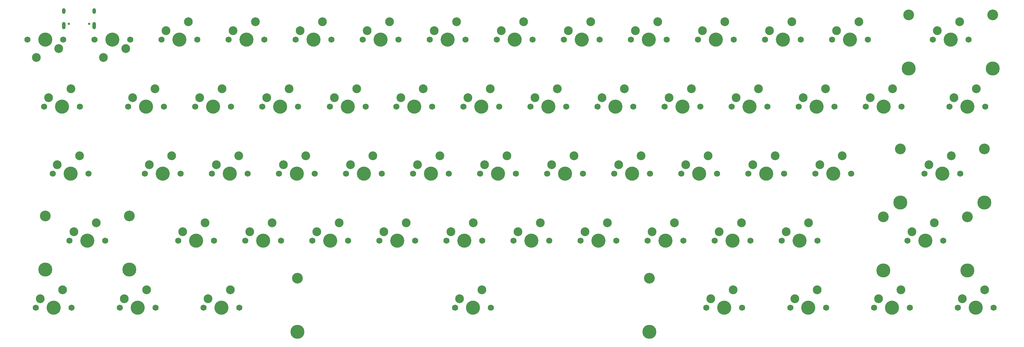
<source format=gts>
G04 #@! TF.GenerationSoftware,KiCad,Pcbnew,8.0.3*
G04 #@! TF.CreationDate,2025-10-01T01:01:48-04:00*
G04 #@! TF.ProjectId,KP60,4b503630-2e6b-4696-9361-645f70636258,rev?*
G04 #@! TF.SameCoordinates,Original*
G04 #@! TF.FileFunction,Soldermask,Top*
G04 #@! TF.FilePolarity,Negative*
%FSLAX46Y46*%
G04 Gerber Fmt 4.6, Leading zero omitted, Abs format (unit mm)*
G04 Created by KiCad (PCBNEW 8.0.3) date 2025-10-01 01:01:48*
%MOMM*%
%LPD*%
G01*
G04 APERTURE LIST*
%ADD10C,1.750000*%
%ADD11C,4.000000*%
%ADD12C,2.500000*%
%ADD13C,3.048000*%
%ADD14C,3.987800*%
%ADD15C,0.650000*%
%ADD16O,1.000000X1.600000*%
%ADD17O,1.000000X2.100000*%
G04 APERTURE END LIST*
D10*
X327818750Y-83058000D03*
D11*
X332898750Y-83058000D03*
D10*
X337978750Y-83058000D03*
D12*
X329088750Y-80518000D03*
X335438750Y-77978000D03*
D10*
X275431250Y-121158000D03*
D11*
X280511250Y-121158000D03*
D10*
X285591250Y-121158000D03*
D12*
X276701250Y-118618000D03*
X283051250Y-116078000D03*
D10*
X170656250Y-140208000D03*
D11*
X175736250Y-140208000D03*
D10*
X180816250Y-140208000D03*
D12*
X171926250Y-137668000D03*
X178276250Y-135128000D03*
D10*
X161131250Y-121158000D03*
D11*
X166211250Y-121158000D03*
D10*
X171291250Y-121158000D03*
D12*
X162401250Y-118618000D03*
X168751250Y-116078000D03*
D10*
X223043750Y-83058000D03*
D11*
X228123750Y-83058000D03*
D10*
X233203750Y-83058000D03*
D12*
X224313750Y-80518000D03*
X230663750Y-77978000D03*
D13*
X320962000Y-76075000D03*
D14*
X320962000Y-91285000D03*
D13*
X344838000Y-76075000D03*
D14*
X344838000Y-91285000D03*
D10*
X294481250Y-121158000D03*
D11*
X299561250Y-121158000D03*
D10*
X304641250Y-121158000D03*
D12*
X295751250Y-118618000D03*
X302101250Y-116078000D03*
D10*
X103981250Y-121158000D03*
D11*
X109061250Y-121158000D03*
D10*
X114141250Y-121158000D03*
D12*
X105251250Y-118618000D03*
X111601250Y-116078000D03*
D10*
X175418750Y-102108000D03*
D11*
X180498750Y-102108000D03*
D10*
X185578750Y-102108000D03*
D12*
X176688750Y-99568000D03*
X183038750Y-97028000D03*
D10*
X332581250Y-102108000D03*
D11*
X337661250Y-102108000D03*
D10*
X342741250Y-102108000D03*
D12*
X333851250Y-99568000D03*
X340201250Y-97028000D03*
D10*
X137318750Y-102108000D03*
D11*
X142398750Y-102108000D03*
D10*
X147478750Y-102108000D03*
D12*
X138588750Y-99568000D03*
X144938750Y-97028000D03*
D10*
X82550000Y-140208000D03*
D11*
X87630000Y-140208000D03*
D10*
X92710000Y-140208000D03*
D12*
X83820000Y-137668000D03*
X90170000Y-135128000D03*
D10*
X118268750Y-102108000D03*
D11*
X123348750Y-102108000D03*
D10*
X128428750Y-102108000D03*
D12*
X119538750Y-99568000D03*
X125888750Y-97028000D03*
D10*
X189706250Y-140208000D03*
D11*
X194786250Y-140208000D03*
D10*
X199866250Y-140208000D03*
D12*
X190976250Y-137668000D03*
X197326250Y-135128000D03*
D10*
X334962500Y-159258000D03*
D11*
X340042500Y-159258000D03*
D10*
X345122500Y-159258000D03*
D12*
X336232500Y-156718000D03*
X342582500Y-154178000D03*
D10*
X192087500Y-159258000D03*
D11*
X197167500Y-159258000D03*
D10*
X202247500Y-159258000D03*
D12*
X193357500Y-156718000D03*
X199707500Y-154178000D03*
D10*
X227806250Y-140208000D03*
D11*
X232886250Y-140208000D03*
D10*
X237966250Y-140208000D03*
D12*
X229076250Y-137668000D03*
X235426250Y-135128000D03*
D10*
X289718750Y-102108000D03*
D11*
X294798750Y-102108000D03*
D10*
X299878750Y-102108000D03*
D12*
X290988750Y-99568000D03*
X297338750Y-97028000D03*
D10*
X73025000Y-159258000D03*
D11*
X78105000Y-159258000D03*
D10*
X83185000Y-159258000D03*
D12*
X74295000Y-156718000D03*
X80645000Y-154178000D03*
D10*
X213518750Y-102108000D03*
D11*
X218598750Y-102108000D03*
D10*
X223678750Y-102108000D03*
D12*
X214788750Y-99568000D03*
X221138750Y-97028000D03*
D10*
X299243750Y-83058000D03*
D11*
X304323750Y-83058000D03*
D10*
X309403750Y-83058000D03*
D12*
X300513750Y-80518000D03*
X306863750Y-77978000D03*
D10*
X194468750Y-102108000D03*
D11*
X199548750Y-102108000D03*
D10*
X204628750Y-102108000D03*
D12*
X195738750Y-99568000D03*
X202088750Y-97028000D03*
D10*
X132556250Y-140208000D03*
D11*
X137636250Y-140208000D03*
D10*
X142716250Y-140208000D03*
D12*
X133826250Y-137668000D03*
X140176250Y-135128000D03*
D10*
X127793750Y-83058000D03*
D11*
X132873750Y-83058000D03*
D10*
X137953750Y-83058000D03*
D12*
X129063750Y-80518000D03*
X135413750Y-77978000D03*
D10*
X80803750Y-83058000D03*
D11*
X75723750Y-83058000D03*
D10*
X70643750Y-83058000D03*
D12*
X79533750Y-85598000D03*
X73183750Y-88138000D03*
D10*
X180181250Y-121158000D03*
D11*
X185261250Y-121158000D03*
D10*
X190341250Y-121158000D03*
D12*
X181451250Y-118618000D03*
X187801250Y-116078000D03*
D10*
X96837500Y-159258000D03*
D11*
X101917500Y-159258000D03*
D10*
X106997500Y-159258000D03*
D12*
X98107500Y-156718000D03*
X104457500Y-154178000D03*
D10*
X151606250Y-140208000D03*
D11*
X156686250Y-140208000D03*
D10*
X161766250Y-140208000D03*
D12*
X152876250Y-137668000D03*
X159226250Y-135128000D03*
D10*
X308768750Y-102108000D03*
D11*
X313848750Y-102108000D03*
D10*
X318928750Y-102108000D03*
D12*
X310038750Y-99568000D03*
X316388750Y-97028000D03*
D13*
X147297000Y-150890000D03*
D14*
X147297000Y-166100000D03*
D13*
X247297000Y-150890000D03*
D14*
X247297000Y-166100000D03*
D10*
X270668750Y-102108000D03*
D11*
X275748750Y-102108000D03*
D10*
X280828750Y-102108000D03*
D12*
X271938750Y-99568000D03*
X278288750Y-97028000D03*
D10*
X232568750Y-102108000D03*
D11*
X237648750Y-102108000D03*
D10*
X242728750Y-102108000D03*
D12*
X233838750Y-99568000D03*
X240188750Y-97028000D03*
D10*
X120650000Y-159258000D03*
D11*
X125730000Y-159258000D03*
D10*
X130810000Y-159258000D03*
D12*
X121920000Y-156718000D03*
X128270000Y-154178000D03*
D10*
X218281250Y-121158000D03*
D11*
X223361250Y-121158000D03*
D10*
X228441250Y-121158000D03*
D12*
X219551250Y-118618000D03*
X225901250Y-116078000D03*
D10*
X203993750Y-83058000D03*
D11*
X209073750Y-83058000D03*
D10*
X214153750Y-83058000D03*
D12*
X205263750Y-80518000D03*
X211613750Y-77978000D03*
D13*
X318582000Y-114175000D03*
D14*
X318582000Y-129385000D03*
D13*
X342458000Y-114175000D03*
D14*
X342458000Y-129385000D03*
D10*
X99218750Y-102108000D03*
D11*
X104298750Y-102108000D03*
D10*
X109378750Y-102108000D03*
D12*
X100488750Y-99568000D03*
X106838750Y-97028000D03*
D10*
X108743750Y-83058000D03*
D11*
X113823750Y-83058000D03*
D10*
X118903750Y-83058000D03*
D12*
X110013750Y-80518000D03*
X116363750Y-77978000D03*
D10*
X199231250Y-121158000D03*
D11*
X204311250Y-121158000D03*
D10*
X209391250Y-121158000D03*
D12*
X200501250Y-118618000D03*
X206851250Y-116078000D03*
D10*
X256381250Y-121158000D03*
D11*
X261461250Y-121158000D03*
D10*
X266541250Y-121158000D03*
D12*
X257651250Y-118618000D03*
X264001250Y-116078000D03*
D10*
X242093750Y-83058000D03*
D11*
X247173750Y-83058000D03*
D10*
X252253750Y-83058000D03*
D12*
X243363750Y-80518000D03*
X249713750Y-77978000D03*
D10*
X287337500Y-159258000D03*
D11*
X292417500Y-159258000D03*
D10*
X297497500Y-159258000D03*
D12*
X288607500Y-156718000D03*
X294957500Y-154178000D03*
D10*
X146843750Y-83058000D03*
D11*
X151923750Y-83058000D03*
D10*
X157003750Y-83058000D03*
D12*
X148113750Y-80518000D03*
X154463750Y-77978000D03*
D10*
X280193750Y-83058000D03*
D11*
X285273750Y-83058000D03*
D10*
X290353750Y-83058000D03*
D12*
X281463750Y-80518000D03*
X287813750Y-77978000D03*
D10*
X246856250Y-140208000D03*
D11*
X251936250Y-140208000D03*
D10*
X257016250Y-140208000D03*
D12*
X248126250Y-137668000D03*
X254476250Y-135128000D03*
D10*
X265906250Y-140208000D03*
D11*
X270986250Y-140208000D03*
D10*
X276066250Y-140208000D03*
D12*
X267176250Y-137668000D03*
X273526250Y-135128000D03*
D10*
X311150000Y-159258000D03*
D11*
X316230000Y-159258000D03*
D10*
X321310000Y-159258000D03*
D12*
X312420000Y-156718000D03*
X318770000Y-154178000D03*
D10*
X156527500Y-102108000D03*
D11*
X161607500Y-102108000D03*
D10*
X166687500Y-102108000D03*
D12*
X157797500Y-99568000D03*
X164147500Y-97028000D03*
D10*
X261143750Y-83058000D03*
D11*
X266223750Y-83058000D03*
D10*
X271303750Y-83058000D03*
D12*
X262413750Y-80518000D03*
X268763750Y-77978000D03*
D10*
X75406250Y-102108000D03*
D11*
X80486250Y-102108000D03*
D10*
X85566250Y-102108000D03*
D12*
X76676250Y-99568000D03*
X83026250Y-97028000D03*
D13*
X75692000Y-133225000D03*
D14*
X75692000Y-148435000D03*
D13*
X99568000Y-133225000D03*
D14*
X99568000Y-148435000D03*
D10*
X77787500Y-121158000D03*
D11*
X82867500Y-121158000D03*
D10*
X87947500Y-121158000D03*
D12*
X79057500Y-118618000D03*
X85407500Y-116078000D03*
D13*
X313812000Y-133435000D03*
D14*
X313812000Y-148645000D03*
D13*
X337688000Y-133435000D03*
D14*
X337688000Y-148645000D03*
D10*
X208756250Y-140208000D03*
D11*
X213836250Y-140208000D03*
D10*
X218916250Y-140208000D03*
D12*
X210026250Y-137668000D03*
X216376250Y-135128000D03*
D10*
X320675000Y-140208000D03*
D11*
X325755000Y-140208000D03*
D10*
X330835000Y-140208000D03*
D12*
X321945000Y-137668000D03*
X328295000Y-135128000D03*
D10*
X263525000Y-159258000D03*
D11*
X268605000Y-159258000D03*
D10*
X273685000Y-159258000D03*
D12*
X264795000Y-156718000D03*
X271145000Y-154178000D03*
D10*
X113506250Y-140208000D03*
D11*
X118586250Y-140208000D03*
D10*
X123666250Y-140208000D03*
D12*
X114776250Y-137668000D03*
X121126250Y-135128000D03*
D10*
X284956250Y-140208000D03*
D11*
X290036250Y-140208000D03*
D10*
X295116250Y-140208000D03*
D12*
X286226250Y-137668000D03*
X292576250Y-135128000D03*
D10*
X237331250Y-121158000D03*
D11*
X242411250Y-121158000D03*
D10*
X247491250Y-121158000D03*
D12*
X238601250Y-118618000D03*
X244951250Y-116078000D03*
D10*
X142081250Y-121158000D03*
D11*
X147161250Y-121158000D03*
D10*
X152241250Y-121158000D03*
D12*
X143351250Y-118618000D03*
X149701250Y-116078000D03*
D10*
X165893750Y-83058000D03*
D11*
X170973750Y-83058000D03*
D10*
X176053750Y-83058000D03*
D12*
X167163750Y-80518000D03*
X173513750Y-77978000D03*
D10*
X251618750Y-102108000D03*
D11*
X256698750Y-102108000D03*
D10*
X261778750Y-102108000D03*
D12*
X252888750Y-99568000D03*
X259238750Y-97028000D03*
D10*
X325437500Y-121158000D03*
D11*
X330517500Y-121158000D03*
D10*
X335597500Y-121158000D03*
D12*
X326707500Y-118618000D03*
X333057500Y-116078000D03*
D10*
X184943750Y-83058000D03*
D11*
X190023750Y-83058000D03*
D10*
X195103750Y-83058000D03*
D12*
X186213750Y-80518000D03*
X192563750Y-77978000D03*
D10*
X99853750Y-83058000D03*
D11*
X94773750Y-83058000D03*
D10*
X89693750Y-83058000D03*
D12*
X98583750Y-85598000D03*
X92233750Y-88138000D03*
D10*
X123031250Y-121158000D03*
D11*
X128111250Y-121158000D03*
D10*
X133191250Y-121158000D03*
D12*
X124301250Y-118618000D03*
X130651250Y-116078000D03*
D15*
X82392500Y-78580000D03*
X88172500Y-78580000D03*
D16*
X80962500Y-74930000D03*
D17*
X80962500Y-79110000D03*
D16*
X89602500Y-74930000D03*
D17*
X89602500Y-79110000D03*
M02*

</source>
